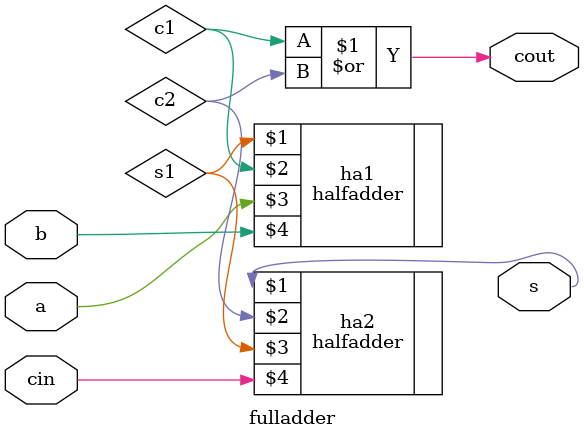
<source format=v>
/* 11411ECP001 - Pablo Nunes */
/* módulo FullAdder */

`include "halfadder.v"

`ifndef _fulladder_
`define _fulladder_

module fulladder(s, cout, a, b, cin);
    input a, b, cin;
    output s, cout;

    wire s1, c1, c2;

    halfadder ha1(s1, c1, a, b);
    halfadder ha2(s, c2, s1, cin);
    or(cout, c1, c2);

endmodule

`endif
</source>
